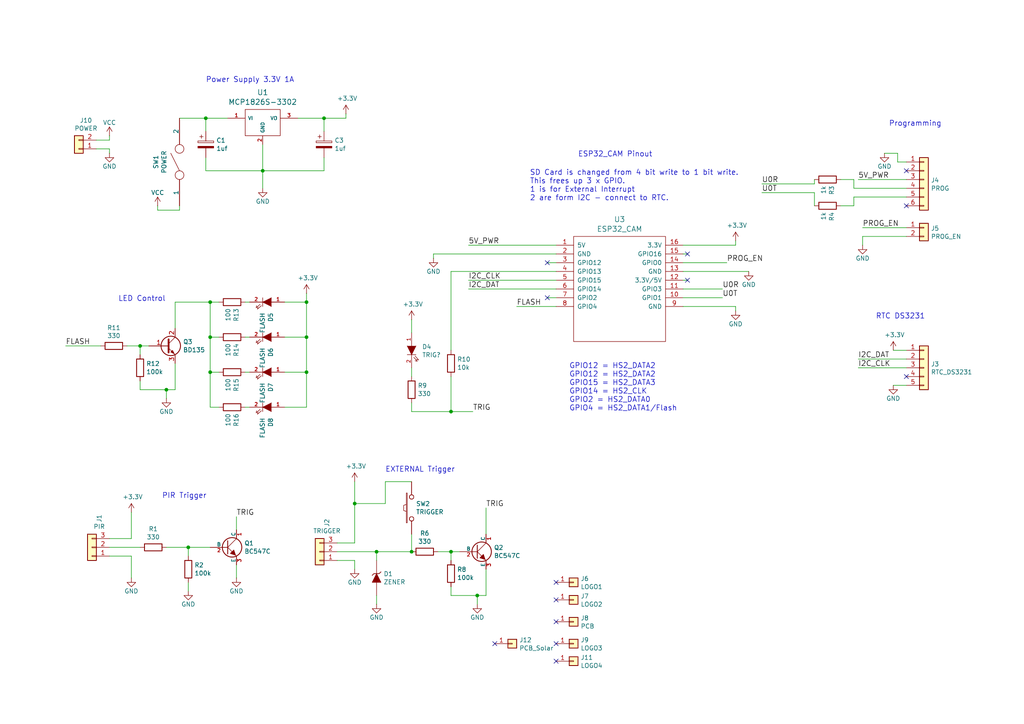
<source format=kicad_sch>
(kicad_sch (version 20250114) (generator "eeschema") (generator_version "9.0")
  (paper "A4")
  (lib_symbols
    (symbol "Connector_Generic:Conn_01x01" (pin_names (offset 1.016) (hide yes))
      (property "Reference" "J" (at 0 2.54 0))
      (property "Value" "Conn_01x01" (at 0 -2.54 0))
      (symbol "Conn_01x01_1_1"
        (rectangle (start -1.27 1.27) (end 1.27 -1.27) (stroke (width 0.254)) (fill (type background)))
        (rectangle (start -1.27 0.127) (end 0 -0.127) (stroke (width 0.1524)))
        (pin passive line (at -5.08 0 0) (length 3.81) (name "Pin_1") (number "1"))
      )
    )
    (symbol "Connector_Generic:Conn_01x02" (pin_names (offset 1.016) (hide yes))
      (property "Reference" "J" (at 0 2.54 0))
      (property "Value" "Conn_01x02" (at 0 -5.08 0))
      (symbol "Conn_01x02_1_1"
        (rectangle (start -1.27 1.27) (end 1.27 -3.81) (stroke (width 0.254)) (fill (type background)))
        (rectangle (start -1.27 0.127) (end 0 -0.127) (stroke (width 0.1524)))
        (rectangle (start -1.27 -2.413) (end 0 -2.667) (stroke (width 0.1524)))
        (pin passive line (at -5.08 0 0) (length 3.81) (name "Pin_1") (number "1"))
        (pin passive line (at -5.08 -2.54 0) (length 3.81) (name "Pin_2") (number "2"))
      )
    )
    (symbol "Connector_Generic:Conn_01x03" (pin_names (offset 1.016) (hide yes))
      (property "Reference" "J" (at 0 5.08 0))
      (property "Value" "Conn_01x03" (at 0 -5.08 0))
      (symbol "Conn_01x03_1_1"
        (rectangle (start -1.27 3.81) (end 1.27 -3.81) (stroke (width 0.254)) (fill (type background)))
        (rectangle (start -1.27 2.667) (end 0 2.413) (stroke (width 0.1524)))
        (rectangle (start -1.27 0.127) (end 0 -0.127) (stroke (width 0.1524)))
        (rectangle (start -1.27 -2.413) (end 0 -2.667) (stroke (width 0.1524)))
        (pin passive line (at -5.08 2.54 0) (length 3.81) (name "Pin_1") (number "1"))
        (pin passive line (at -5.08 0 0) (length 3.81) (name "Pin_2") (number "2"))
        (pin passive line (at -5.08 -2.54 0) (length 3.81) (name "Pin_3") (number "3"))
      )
    )
    (symbol "Connector_Generic:Conn_01x05" (pin_names (offset 1.016) (hide yes))
      (property "Reference" "J" (at 0 7.62 0))
      (property "Value" "Conn_01x05" (at 0 -7.62 0))
      (symbol "Conn_01x05_1_1"
        (rectangle (start -1.27 6.35) (end 1.27 -6.35) (stroke (width 0.254)) (fill (type background)))
        (rectangle (start -1.27 5.207) (end 0 4.953) (stroke (width 0.1524)))
        (rectangle (start -1.27 2.667) (end 0 2.413) (stroke (width 0.1524)))
        (rectangle (start -1.27 0.127) (end 0 -0.127) (stroke (width 0.1524)))
        (rectangle (start -1.27 -2.413) (end 0 -2.667) (stroke (width 0.1524)))
        (rectangle (start -1.27 -4.953) (end 0 -5.207) (stroke (width 0.1524)))
        (pin passive line (at -5.08 5.08 0) (length 3.81) (name "Pin_1") (number "1"))
        (pin passive line (at -5.08 2.54 0) (length 3.81) (name "Pin_2") (number "2"))
        (pin passive line (at -5.08 0 0) (length 3.81) (name "Pin_3") (number "3"))
        (pin passive line (at -5.08 -2.54 0) (length 3.81) (name "Pin_4") (number "4"))
        (pin passive line (at -5.08 -5.08 0) (length 3.81) (name "Pin_5") (number "5"))
      )
    )
    (symbol "Connector_Generic:Conn_01x06" (pin_names (offset 1.016) (hide yes))
      (property "Reference" "J" (at 0 7.62 0))
      (property "Value" "Conn_01x06" (at 0 -10.16 0))
      (symbol "Conn_01x06_1_1"
        (rectangle (start -1.27 6.35) (end 1.27 -8.89) (stroke (width 0.254)) (fill (type background)))
        (rectangle (start -1.27 5.207) (end 0 4.953) (stroke (width 0.1524)))
        (rectangle (start -1.27 2.667) (end 0 2.413) (stroke (width 0.1524)))
        (rectangle (start -1.27 0.127) (end 0 -0.127) (stroke (width 0.1524)))
        (rectangle (start -1.27 -2.413) (end 0 -2.667) (stroke (width 0.1524)))
        (rectangle (start -1.27 -4.953) (end 0 -5.207) (stroke (width 0.1524)))
        (rectangle (start -1.27 -7.493) (end 0 -7.747) (stroke (width 0.1524)))
        (pin passive line (at -5.08 5.08 0) (length 3.81) (name "Pin_1") (number "1"))
        (pin passive line (at -5.08 2.54 0) (length 3.81) (name "Pin_2") (number "2"))
        (pin passive line (at -5.08 0 0) (length 3.81) (name "Pin_3") (number "3"))
        (pin passive line (at -5.08 -2.54 0) (length 3.81) (name "Pin_4") (number "4"))
        (pin passive line (at -5.08 -5.08 0) (length 3.81) (name "Pin_5") (number "5"))
        (pin passive line (at -5.08 -7.62 0) (length 3.81) (name "Pin_6") (number "6"))
      )
    )
    (symbol "Device:CP" (pin_numbers (hide yes)) (pin_names (offset 0.254))
      (property "Reference" "C" (at 0.635 2.54 0))
      (property "Value" "Device_CP" (at 0.635 -2.54 0))
      (symbol "CP_0_1"
        (rectangle (start -2.286 0.508) (end 2.286 1.016))
        (polyline (pts (xy -1.778 2.286) (xy -0.762 2.286)))
        (polyline (pts (xy -1.27 2.794) (xy -1.27 1.778)))
        (rectangle (start 2.286 -0.508) (end -2.286 -1.016) (fill (type outline)))
      )
      (symbol "CP_1_1"
        (pin passive line (at 0 3.81 270) (length 2.794) (name "~") (number "1"))
        (pin passive line (at 0 -3.81 90) (length 2.794) (name "~") (number "2"))
      )
    )
    (symbol "Device:Q_NPN_BCE" (pin_names (offset 0) (hide yes))
      (property "Reference" "Q" (at 5.08 1.27 0))
      (property "Value" "Device_Q_NPN_BCE" (at 5.08 -1.27 0))
      (symbol "Q_NPN_BCE_0_1"
        (polyline (pts (xy 0.635 1.905) (xy 0.635 -1.905) (xy 0.635 -1.905)) (stroke (width 0.508)))
        (polyline (pts (xy 0.635 0.635) (xy 2.54 2.54)))
        (polyline (pts (xy 0.635 -0.635) (xy 2.54 -2.54) (xy 2.54 -2.54)))
        (circle (center 1.27 0) (radius 2.8194) (stroke (width 0.254)))
        (polyline (pts (xy 1.27 -1.778) (xy 1.778 -1.27) (xy 2.286 -2.286) (xy 1.27 -1.778) (xy 1.27 -1.778)) (fill (type outline)))
      )
      (symbol "Q_NPN_BCE_1_1"
        (pin input line (at -5.08 0 0) (length 5.715) (name "B") (number "1"))
        (pin passive line (at 2.54 5.08 270) (length 2.54) (name "C") (number "2"))
        (pin passive line (at 2.54 -5.08 90) (length 2.54) (name "E") (number "3"))
      )
    )
    (symbol "Device:R" (pin_numbers (hide yes)) (pin_names (offset 0))
      (property "Reference" "R" (at 2.032 0 90))
      (property "Value" "R" (at 0 0 90))
      (symbol "R_0_1"
        (rectangle (start -1.016 -2.54) (end 1.016 2.54) (stroke (width 0.254)))
      )
      (symbol "R_1_1"
        (pin passive line (at 0 3.81 270) (length 1.27) (name "~") (number "1"))
        (pin passive line (at 0 -3.81 90) (length 1.27) (name "~") (number "2"))
      )
    )
    (symbol "matts_components:ESP32_CAM" (pin_names (offset 1.016))
      (property "Reference" "U" (at -10.16 -24.13 0))
      (property "Value" "ESP32_CAM" (at -2.54 -27.94 0))
      (symbol "ESP32_CAM_0_1"
        (rectangle (start -15.24 0) (end 11.43 -30.48))
      )
      (symbol "ESP32_CAM_1_1"
        (pin input line (at -20.32 -2.54 0) (length 5.08) (name "5V") (number "1"))
        (pin input line (at -20.32 -5.08 0) (length 5.08) (name "GND") (number "2"))
        (pin input line (at -20.32 -7.62 0) (length 5.08) (name "GPIO12") (number "3"))
        (pin input line (at -20.32 -10.16 0) (length 5.08) (name "GPIO13") (number "4"))
        (pin input line (at -20.32 -12.7 0) (length 5.08) (name "GPIO15") (number "5"))
        (pin input line (at -20.32 -15.24 0) (length 5.08) (name "GPIO14") (number "6"))
        (pin input line (at -20.32 -17.78 0) (length 5.08) (name "GPIO2") (number "7"))
        (pin input line (at -20.32 -20.32 0) (length 5.08) (name "GPIO4") (number "8"))
        (pin input line (at 16.51 -2.54 180) (length 5.08) (name "3.3V") (number "16"))
        (pin input line (at 16.51 -5.08 180) (length 5.08) (name "GPIO16") (number "15"))
        (pin input line (at 16.51 -7.62 180) (length 5.08) (name "GPIO0") (number "14"))
        (pin input line (at 16.51 -10.16 180) (length 5.08) (name "GND") (number "13"))
        (pin input line (at 16.51 -12.7 180) (length 5.08) (name "3.3V/5V") (number "12"))
        (pin input line (at 16.51 -15.24 180) (length 5.08) (name "GPIO3") (number "11"))
        (pin input line (at 16.51 -17.78 180) (length 5.08) (name "GPIO1") (number "10"))
        (pin input line (at 16.51 -20.32 180) (length 5.08) (name "GND") (number "9"))
      )
    )
    (symbol "matts_components:LED" (pin_names (offset 1.016) (hide yes))
      (property "Reference" "D" (at 0 2.54 0))
      (property "Value" "LED" (at 0 -2.54 0))
      (symbol "LED_0_1"
        (polyline (pts (xy -2.032 -0.635) (xy -3.175 -1.651) (xy -3.048 -1.016)))
        (polyline (pts (xy -1.651 -1.016) (xy -2.794 -2.032) (xy -2.667 -1.397)))
        (polyline (pts (xy -1.27 1.27) (xy -1.27 -1.27)))
        (polyline (pts (xy 1.27 1.27) (xy -1.27 0) (xy 1.27 -1.27)) (fill (type outline)))
      )
      (symbol "LED_1_1"
        (pin passive line (at -5.08 0 0) (length 3.81) (name "K") (number "2"))
        (pin passive line (at 5.08 0 180) (length 3.81) (name "A") (number "1"))
      )
    )
    (symbol "matts_components:MCP1826S-3302" (pin_names (offset 0.762))
      (property "Reference" "U" (at 3.81 -4.9784 0))
      (property "Value" "MCP1826S-3302" (at 0 5.08 0))
      (property "Datasheet" "http://docs-europe.electrocomponents.com/webdocs/137e/0900766b8137eda2.pdf" (at 0 0 0))
      (symbol "MCP1826S-3302_0_1"
        (rectangle (start -5.08 -3.81) (end 5.08 3.81))
      )
      (symbol "MCP1826S-3302_1_1"
        (pin power_out line (at -10.16 1.27 0) (length 5.08) (name "VI") (number "1"))
        (pin input line (at 0 -6.35 90) (length 2.54) (name "GND") (number "2"))
        (pin input line (at 10.16 1.27 180) (length 5.08) (name "VO") (number "3"))
      )
    )
    (symbol "matts_components:NPN" (pin_names (offset 0))
      (property "Reference" "Q" (at 0 -3.81 0))
      (property "Value" "NPN" (at 0 3.81 0))
      (property "Datasheet" "transistors/bipolar/*.*" (at 0 0 0))
      (symbol "NPN_0_1"
        (polyline (pts (xy 0 1.905) (xy 0 -1.905) (xy 0 -1.905)) (stroke (width 0.254)))
        (polyline (pts (xy 0 0) (xy 2.54 2.54)))
        (circle (center 1.27 0) (radius 2.8194) (stroke (width 0.254)))
        (polyline (pts (xy 1.27 -1.27) (xy 0 0) (xy 0 0)))
        (polyline (pts (xy 2.286 -2.286) (xy 2.54 -2.54) (xy 2.54 -2.54)))
        (polyline (pts (xy 2.286 -2.286) (xy 1.778 -0.762) (xy 0.762 -1.778) (xy 2.286 -2.286) (xy 2.286 -2.286)) (fill (type outline)))
      )
      (symbol "NPN_1_1"
        (pin input line (at -5.08 0 0) (length 5.08) (name "B") (number "2"))
        (pin passive line (at 2.54 5.08 270) (length 2.54) (name "C") (number "1"))
        (pin passive line (at 2.54 -5.08 90) (length 2.54) (name "E") (number "3"))
      )
    )
    (symbol "matts_components:SPST" (pin_numbers (hide yes)) (pin_names (offset 0))
      (property "Reference" "SW" (at 0 2.54 0))
      (property "Value" "SPST" (at 0 -2.54 0))
      (symbol "SPST_0_0"
        (circle (center -3.81 0) (radius 1.27))
        (polyline (pts (xy -2.54 0) (xy 2.54 2.54)))
        (circle (center 3.81 0) (radius 1.27))
      )
      (symbol "SPST_1_1"
        (pin input line (at -12.7 0 0) (length 7.62) (name "1") (number "1"))
        (pin input line (at 12.7 0 180) (length 7.62) (name "2") (number "2"))
      )
    )
    (symbol "matts_components:SW_PUSH" (pin_numbers (hide yes)) (pin_names (offset 1.016) (hide yes))
      (property "Reference" "SW" (at 3.81 2.794 0))
      (property "Value" "SW_PUSH" (at 0 -2.032 0))
      (symbol "SW_PUSH_0_1"
        (rectangle (start -4.318 1.27) (end 4.318 1.524))
        (polyline (pts (xy -1.016 1.524) (xy -0.762 2.286) (xy 0.762 2.286) (xy 1.016 1.524)))
        (pin passive inverted (at -7.62 0 0) (length 5.08) (name "1") (number "1"))
        (pin passive inverted (at 7.62 0 180) (length 5.08) (name "2") (number "2"))
      )
    )
    (symbol "matts_components:ZENER" (pin_numbers (hide yes)) (pin_names (offset 1.016) (hide yes))
      (property "Reference" "D" (at 0 2.54 0))
      (property "Value" "ZENER" (at 0 -2.54 0))
      (symbol "ZENER_0_1"
        (polyline (pts (xy -1.778 1.27) (xy -1.27 0.762) (xy -1.27 -0.762) (xy -0.762 -1.27) (xy -0.762 -1.27)) (stroke (width 0.2032)))
        (polyline (pts (xy -1.27 0) (xy 1.27 1.27) (xy 1.27 -1.27) (xy -1.27 0) (xy -1.27 0)) (fill (type outline)))
      )
      (symbol "ZENER_1_1"
        (pin passive line (at -5.08 0 0) (length 3.81) (name "K") (number "1"))
        (pin passive line (at 5.08 0 180) (length 3.81) (name "A") (number "2"))
      )
    )
    (symbol "power:+3.3V" (power) (pin_numbers (hide yes)) (pin_names (offset 0) (hide yes))
      (property "Value" "+3.3V" (at 0 3.556 0))
      (symbol "+3.3V_0_1"
        (polyline (pts (xy -0.762 1.27) (xy 0 2.54)))
        (polyline (pts (xy 0 2.54) (xy 0.762 1.27)))
        (polyline (pts (xy 0 0) (xy 0 2.54)))
      )
      (symbol "+3.3V_1_1"
        (pin power_in line (at 0 0 90) (length 0) (name "~") (number "1"))
      )
    )
    (symbol "power:GND" (power) (pin_numbers (hide yes)) (pin_names (offset 0) (hide yes))
      (property "Value" "GND" (at 0 -3.81 0))
      (symbol "GND_0_1"
        (polyline (pts (xy 0 0) (xy 0 -1.27) (xy 1.27 -1.27) (xy 0 -2.54) (xy -1.27 -1.27) (xy 0 -1.27)))
      )
      (symbol "GND_1_1"
        (pin power_in line (at 0 0 270) (length 0) (name "~") (number "1"))
      )
    )
    (symbol "power:VCC" (power) (pin_numbers (hide yes)) (pin_names (offset 0) (hide yes))
      (property "Value" "VCC" (at 0 3.556 0))
      (symbol "VCC_0_1"
        (polyline (pts (xy -0.762 1.27) (xy 0 2.54)))
        (polyline (pts (xy 0 2.54) (xy 0.762 1.27)))
        (polyline (pts (xy 0 0) (xy 0 2.54)))
      )
      (symbol "VCC_1_1"
        (pin power_in line (at 0 0 90) (length 0) (name "~") (number "1"))
      )
    )
  )
  (text "LED Control" (at 34.29 87.63 0) (effects (font (size 1.524 1.524)) (justify left bottom)))
  (text "RTC DS3231" (at 254 92.71 0) (effects (font (size 1.524 1.524)) (justify left bottom)))
  (text "Programming" (at 257.81 36.83 0) (effects (font (size 1.524 1.524)) (justify left bottom)))
  (text "ESP32_CAM Pinout" (at 167.64 45.72 0) (effects (font (size 1.524 1.524)) (justify left bottom)))
  (text "PIR Trigger" (at 46.99 144.78 0) (effects (font (size 1.524 1.524)) (justify left bottom)))
  (text "Power Supply 3.3V 1A" (at 59.69 24.13 0) (effects (font (size 1.524 1.524)) (justify left bottom)))
  (text "SD Card is changed from 4 bit write to 1 bit write.\nThis frees up 3 x GPIO.\n1 is for External Interrupt\n2 are form I2C - connect to RTC." (at 153.67 58.42 0) (effects (font (size 1.524 1.524)) (justify left bottom)))
  (text "EXTERNAL Trigger" (at 111.76 137.16 0) (effects (font (size 1.524 1.524)) (justify left bottom)))
  (text "GPIO12 = HS2_DATA2\nGPIO12 = HS2_DATA2\nGPIO15 = HS2_DATA3\nGPIO14 = HS2_CLK\nGPIO2 = HS2_DATA0\nGPIO4 = HS2_DATA1/Flash\n" (at 165.1 119.38 0) (effects (font (size 1.524 1.524)) (justify left bottom)))
  (junction (at 48.26 113.03))
  (junction (at 102.87 146.05))
  (junction (at 54.61 158.75))
  (junction (at 76.2 49.53))
  (junction (at 138.43 172.72))
  (junction (at 60.96 97.79))
  (junction (at 88.9 87.63))
  (junction (at 60.96 87.63))
  (junction (at 109.22 160.02))
  (junction (at 59.69 34.29))
  (junction (at 93.98 34.29))
  (junction (at 130.81 119.38))
  (junction (at 60.96 107.95))
  (junction (at 40.64 100.33))
  (junction (at 88.9 97.79))
  (junction (at 130.81 160.02))
  (junction (at 119.38 160.02))
  (junction (at 88.9 107.95))
  (no_connect (at 161.29 191.77))
  (no_connect (at 161.29 173.99))
  (no_connect (at 161.29 186.69))
  (no_connect (at 199.39 73.66))
  (no_connect (at 161.29 168.91))
  (no_connect (at 143.51 186.69))
  (no_connect (at 199.39 81.28))
  (no_connect (at 262.89 109.22))
  (no_connect (at 262.89 49.53))
  (no_connect (at 161.29 180.34))
  (no_connect (at 158.75 86.36))
  (no_connect (at 262.89 59.69))
  (no_connect (at 158.75 76.2))
  (wire (pts (xy 50.8 95.25) (xy 50.8 87.63)))
  (wire (pts (xy 130.81 172.72) (xy 138.43 172.72)))
  (wire (pts (xy 27.94 43.18) (xy 31.75 43.18)))
  (wire (pts (xy 213.36 71.12) (xy 213.36 69.85)))
  (wire (pts (xy 76.2 41.91) (xy 76.2 49.53)))
  (wire (pts (xy 71.12 118.11) (xy 72.39 118.11)))
  (wire (pts (xy 198.12 71.12) (xy 213.36 71.12)))
  (wire (pts (xy 247.65 57.15) (xy 262.89 57.15)))
  (wire (pts (xy 247.65 52.07) (xy 243.84 52.07)))
  (wire (pts (xy 68.58 163.83) (xy 68.58 167.64)))
  (wire (pts (xy 198.12 78.74) (xy 217.17 78.74)))
  (wire (pts (xy 262.89 52.07) (xy 248.92 52.07)))
  (wire (pts (xy 54.61 158.75) (xy 60.96 158.75)))
  (wire (pts (xy 100.33 34.29) (xy 100.33 33.02)))
  (wire (pts (xy 45.72 60.96) (xy 52.07 60.96)))
  (wire (pts (xy 71.12 107.95) (xy 72.39 107.95)))
  (wire (pts (xy 82.55 87.63) (xy 88.9 87.63)))
  (wire (pts (xy 82.55 107.95) (xy 88.9 107.95)))
  (wire (pts (xy 262.89 106.68) (xy 248.92 106.68)))
  (wire (pts (xy 130.81 119.38) (xy 137.16 119.38)))
  (wire (pts (xy 31.75 40.64) (xy 31.75 39.37)))
  (wire (pts (xy 250.19 68.58) (xy 250.19 71.12)))
  (wire (pts (xy 31.75 161.29) (xy 38.1 161.29)))
  (wire (pts (xy 130.81 160.02) (xy 133.35 160.02)))
  (wire (pts (xy 130.81 78.74) (xy 130.81 101.6)))
  (wire (pts (xy 247.65 57.15) (xy 247.65 59.69)))
  (wire (pts (xy 48.26 113.03) (xy 50.8 113.03)))
  (wire (pts (xy 76.2 49.53) (xy 93.98 49.53)))
  (wire (pts (xy 82.55 97.79) (xy 88.9 97.79)))
  (wire (pts (xy 135.89 71.12) (xy 161.29 71.12)))
  (wire (pts (xy 72.39 97.79) (xy 71.12 97.79)))
  (wire (pts (xy 76.2 49.53) (xy 76.2 54.61)))
  (wire (pts (xy 31.75 156.21) (xy 38.1 156.21)))
  (wire (pts (xy 82.55 118.11) (xy 88.9 118.11)))
  (wire (pts (xy 236.22 53.34) (xy 236.22 52.07)))
  (wire (pts (xy 161.29 86.36) (xy 158.75 86.36)))
  (wire (pts (xy 93.98 38.1) (xy 93.98 34.29)))
  (wire (pts (xy 68.58 153.67) (xy 68.58 149.86)))
  (wire (pts (xy 247.65 59.69) (xy 243.84 59.69)))
  (wire (pts (xy 109.22 162.56) (xy 109.22 160.02)))
  (wire (pts (xy 198.12 83.82) (xy 209.55 83.82)))
  (wire (pts (xy 52.07 60.96) (xy 52.07 59.69)))
  (wire (pts (xy 256.54 44.45) (xy 260.35 44.45)))
  (wire (pts (xy 63.5 107.95) (xy 60.96 107.95)))
  (wire (pts (xy 93.98 49.53) (xy 93.98 45.72)))
  (wire (pts (xy 138.43 175.26) (xy 138.43 172.72)))
  (wire (pts (xy 262.89 111.76) (xy 259.08 111.76)))
  (wire (pts (xy 50.8 113.03) (xy 50.8 105.41)))
  (wire (pts (xy 109.22 175.26) (xy 109.22 172.72)))
  (wire (pts (xy 40.64 113.03) (xy 48.26 113.03)))
  (wire (pts (xy 40.64 110.49) (xy 40.64 113.03)))
  (wire (pts (xy 97.79 162.56) (xy 102.87 162.56)))
  (wire (pts (xy 60.96 87.63) (xy 63.5 87.63)))
  (wire (pts (xy 88.9 85.09) (xy 88.9 87.63)))
  (wire (pts (xy 140.97 154.94) (xy 140.97 147.32)))
  (wire (pts (xy 59.69 34.29) (xy 59.69 38.1)))
  (wire (pts (xy 93.98 34.29) (xy 100.33 34.29)))
  (wire (pts (xy 260.35 46.99) (xy 262.89 46.99)))
  (wire (pts (xy 130.81 170.18) (xy 130.81 172.72)))
  (wire (pts (xy 59.69 45.72) (xy 59.69 49.53)))
  (wire (pts (xy 140.97 172.72) (xy 140.97 165.1)))
  (wire (pts (xy 52.07 34.29) (xy 59.69 34.29)))
  (wire (pts (xy 236.22 55.88) (xy 236.22 59.69)))
  (wire (pts (xy 50.8 87.63) (xy 60.96 87.63)))
  (wire (pts (xy 111.76 139.7) (xy 111.76 146.05)))
  (wire (pts (xy 135.89 83.82) (xy 161.29 83.82)))
  (wire (pts (xy 31.75 158.75) (xy 40.64 158.75)))
  (wire (pts (xy 127 160.02) (xy 130.81 160.02)))
  (wire (pts (xy 125.73 73.66) (xy 125.73 74.93)))
  (wire (pts (xy 220.98 55.88) (xy 236.22 55.88)))
  (wire (pts (xy 88.9 107.95) (xy 88.9 118.11)))
  (wire (pts (xy 213.36 88.9) (xy 213.36 90.17)))
  (wire (pts (xy 48.26 158.75) (xy 54.61 158.75)))
  (wire (pts (xy 63.5 97.79) (xy 60.96 97.79)))
  (wire (pts (xy 220.98 53.34) (xy 236.22 53.34)))
  (wire (pts (xy 119.38 106.68) (xy 119.38 109.22)))
  (wire (pts (xy 250.19 66.04) (xy 262.89 66.04)))
  (wire (pts (xy 119.38 139.7) (xy 111.76 139.7)))
  (wire (pts (xy 247.65 54.61) (xy 247.65 52.07)))
  (wire (pts (xy 135.89 81.28) (xy 161.29 81.28)))
  (wire (pts (xy 59.69 34.29) (xy 66.04 34.29)))
  (wire (pts (xy 130.81 162.56) (xy 130.81 160.02)))
  (wire (pts (xy 111.76 146.05) (xy 102.87 146.05)))
  (wire (pts (xy 198.12 81.28) (xy 199.39 81.28)))
  (wire (pts (xy 125.73 73.66) (xy 161.29 73.66)))
  (wire (pts (xy 149.86 88.9) (xy 161.29 88.9)))
  (wire (pts (xy 59.69 49.53) (xy 76.2 49.53)))
  (wire (pts (xy 40.64 100.33) (xy 43.18 100.33)))
  (wire (pts (xy 45.72 59.69) (xy 45.72 60.96)))
  (wire (pts (xy 259.08 101.6) (xy 262.89 101.6)))
  (wire (pts (xy 198.12 88.9) (xy 213.36 88.9)))
  (wire (pts (xy 97.79 157.48) (xy 102.87 157.48)))
  (wire (pts (xy 130.81 109.22) (xy 130.81 119.38)))
  (wire (pts (xy 60.96 107.95) (xy 60.96 118.11)))
  (wire (pts (xy 38.1 156.21) (xy 38.1 148.59)))
  (wire (pts (xy 54.61 168.91) (xy 54.61 171.45)))
  (wire (pts (xy 130.81 78.74) (xy 161.29 78.74)))
  (wire (pts (xy 31.75 43.18) (xy 31.75 44.45)))
  (wire (pts (xy 109.22 160.02) (xy 119.38 160.02)))
  (wire (pts (xy 161.29 76.2) (xy 158.75 76.2)))
  (wire (pts (xy 102.87 162.56) (xy 102.87 165.1)))
  (wire (pts (xy 88.9 87.63) (xy 88.9 97.79)))
  (wire (pts (xy 40.64 102.87) (xy 40.64 100.33)))
  (wire (pts (xy 27.94 40.64) (xy 31.75 40.64)))
  (wire (pts (xy 36.83 100.33) (xy 40.64 100.33)))
  (wire (pts (xy 260.35 44.45) (xy 260.35 46.99)))
  (wire (pts (xy 60.96 87.63) (xy 60.96 97.79)))
  (wire (pts (xy 60.96 118.11) (xy 63.5 118.11)))
  (wire (pts (xy 97.79 160.02) (xy 109.22 160.02)))
  (wire (pts (xy 54.61 161.29) (xy 54.61 158.75)))
  (wire (pts (xy 88.9 97.79) (xy 88.9 107.95)))
  (wire (pts (xy 248.92 104.14) (xy 262.89 104.14)))
  (wire (pts (xy 38.1 161.29) (xy 38.1 167.64)))
  (wire (pts (xy 247.65 54.61) (xy 262.89 54.61)))
  (wire (pts (xy 86.36 34.29) (xy 93.98 34.29)))
  (wire (pts (xy 119.38 154.94) (xy 119.38 160.02)))
  (wire (pts (xy 48.26 115.57) (xy 48.26 113.03)))
  (wire (pts (xy 102.87 146.05) (xy 102.87 157.48)))
  (wire (pts (xy 102.87 139.7) (xy 102.87 146.05)))
  (wire (pts (xy 119.38 116.84) (xy 119.38 119.38)))
  (wire (pts (xy 119.38 119.38) (xy 130.81 119.38)))
  (wire (pts (xy 60.96 97.79) (xy 60.96 107.95)))
  (wire (pts (xy 262.89 68.58) (xy 250.19 68.58)))
  (wire (pts (xy 198.12 76.2) (xy 210.82 76.2)))
  (wire (pts (xy 19.05 100.33) (xy 29.21 100.33)))
  (wire (pts (xy 198.12 73.66) (xy 199.39 73.66)))
  (wire (pts (xy 119.38 92.71) (xy 119.38 96.52)))
  (wire (pts (xy 138.43 172.72) (xy 140.97 172.72)))
  (wire (pts (xy 198.12 86.36) (xy 209.55 86.36)))
  (wire (pts (xy 71.12 87.63) (xy 72.39 87.63)))
  (label "U0T" (at 209.55 86.36 0) (effects (font (size 1.524 1.524))))
  (label "I2C_CLK" (at 135.89 81.28 0) (effects (font (size 1.524 1.524))))
  (label "5V_PWR" (at 248.92 52.07 0) (effects (font (size 1.524 1.524))))
  (label "TRIG" (at 140.97 147.32 0) (effects (font (size 1.524 1.524))))
  (label "I2C_DAT" (at 248.92 104.14 0) (effects (font (size 1.524 1.524))))
  (label "TRIG" (at 137.16 119.38 0) (effects (font (size 1.524 1.524))))
  (label "U0R" (at 220.98 53.34 0) (effects (font (size 1.524 1.524))))
  (label "U0T" (at 220.98 55.88 0) (effects (font (size 1.524 1.524))))
  (label "PROG_EN" (at 210.82 76.2 0) (effects (font (size 1.524 1.524))))
  (label "U0R" (at 209.55 83.82 0) (effects (font (size 1.524 1.524))))
  (label "FLASH" (at 149.86 88.9 0) (effects (font (size 1.524 1.524))))
  (label "5V_PWR" (at 135.89 71.12 0) (effects (font (size 1.524 1.524))))
  (label "FLASH" (at 19.05 100.33 0) (effects (font (size 1.524 1.524))))
  (label "PROG_EN" (at 250.19 66.04 0) (effects (font (size 1.524 1.524))))
  (label "TRIG" (at 68.58 149.86 0) (effects (font (size 1.524 1.524))))
  (label "I2C_DAT" (at 135.89 83.82 0) (effects (font (size 1.524 1.524))))
  (label "I2C_CLK" (at 248.92 106.68 0) (effects (font (size 1.524 1.524))))
  (symbol (lib_id "matts_components:ESP32_CAM") (at 181.61 68.58 0) (unit 1)
    (property "Reference" "U3" (at 179.705 63.627 0) (effects (font (size 1.524 1.524))))
    (property "Value" "ESP32_CAM" (at 179.705 66.421 0) (effects (font (size 1.524 1.524))))
    (property "Footprint" "REInnovationFootprint:ESP32_CAM" (effects (hide yes)))
  )
  (symbol (lib_id "Device:R") (at 130.81 105.41 0) (unit 1)
    (property "Reference" "R10" (at 132.588 104.2162 0) (effects (justify left)))
    (property "Value" "10k" (at 132.588 106.5784 0) (effects (justify left)))
    (property "Footprint" "REInnovationFootprint:TH_Resistor_1" (effects (hide yes)))
  )
  (symbol (lib_id "Device:R") (at 44.45 158.75 270) (unit 1)
    (property "Reference" "R1" (at 44.45 153.416 90))
    (property "Value" "330" (at 44.45 155.7782 90))
    (property "Footprint" "REInnovationFootprint:TH_Resistor_1" (effects (hide yes)))
  )
  (symbol (lib_id "Connector_Generic:Conn_01x03") (at 26.67 158.75 180) (unit 1)
    (property "Reference" "J1" (at 28.7782 150.368 90))
    (property "Value" "PIR" (at 28.7782 152.7302 0))
    (property "Footprint" "REInnovationFootprint:SIL-3_PIR_SENSOR" (effects (hide yes)))
  )
  (symbol (lib_id "power:GND") (at 38.1 167.64 0) (unit 1)
    (property "Reference" "#PWR03" (effects (hide yes)))
    (property "Value" "GND" (at 38.1 171.45 0))
  )
  (symbol (lib_id "power:GND") (at 213.36 90.17 0) (unit 1)
    (property "Reference" "#PWR022" (effects (hide yes)))
    (property "Value" "GND" (at 213.36 93.98 0))
  )
  (symbol (lib_id "power:+3.3V") (at 38.1 148.59 0) (unit 1)
    (property "Reference" "#PWR02" (effects (hide yes)))
    (property "Value" "+3.3V" (at 38.481 144.1196 0))
  )
  (symbol (lib_id "power:GND") (at 68.58 167.64 0) (unit 1)
    (property "Reference" "#PWR07" (effects (hide yes)))
    (property "Value" "GND" (at 68.58 171.45 0))
  )
  (symbol (lib_id "power:GND") (at 125.73 74.93 0) (unit 1)
    (property "Reference" "#PWR018" (effects (hide yes)))
    (property "Value" "GND" (at 125.73 78.74 0))
  )
  (symbol (lib_id "power:GND") (at 217.17 78.74 0) (unit 1)
    (property "Reference" "#PWR023" (effects (hide yes)))
    (property "Value" "GND" (at 217.17 82.55 0))
  )
  (symbol (lib_id "power:+3.3V") (at 213.36 69.85 0) (unit 1)
    (property "Reference" "#PWR021" (effects (hide yes)))
    (property "Value" "+3.3V" (at 213.741 65.3796 0))
  )
  (symbol (lib_id "Connector_Generic:Conn_01x03") (at 92.71 160.02 180) (unit 1)
    (property "Reference" "J2" (at 94.8182 151.638 90))
    (property "Value" "TRIGGER" (at 94.8182 154.0002 0))
    (property "Footprint" "REInnovationFootprint:SIL-3_screw_terminal" (effects (hide yes)))
  )
  (symbol (lib_id "matts_components:SPST") (at 52.07 46.99 90) (unit 1)
    (property "Reference" "SW1" (at 45.212 46.99 0))
    (property "Value" "POWER" (at 47.5742 46.99 0))
    (property "Footprint" "REInnovationFootprint:SW_SPDT_R_Angle_ALIEX" (effects (hide yes)))
  )
  (symbol (lib_id "power:VCC") (at 45.72 59.69 0) (unit 1)
    (property "Reference" "#PWR01" (effects (hide yes)))
    (property "Value" "VCC" (at 45.72 55.88 0))
  )
  (symbol (lib_id "power:GND") (at 76.2 54.61 0) (unit 1)
    (property "Reference" "#PWR010" (effects (hide yes)))
    (property "Value" "GND" (at 76.2 58.42 0))
  )
  (symbol (lib_id "power:+3.3V") (at 100.33 33.02 0) (unit 1)
    (property "Reference" "#PWR012" (effects (hide yes)))
    (property "Value" "+3.3V" (at 100.711 28.5496 0))
  )
  (symbol (lib_id "Device:CP") (at 59.69 41.91 0) (unit 1)
    (property "Reference" "C1" (at 62.738 40.7162 0) (effects (justify left)))
    (property "Value" "1uf" (at 62.738 43.0784 0) (effects (justify left)))
    (property "Footprint" "REInnovationFootprint:C_1V7_TH" (effects (hide yes)))
  )
  (symbol (lib_id "Device:CP") (at 93.98 41.91 0) (unit 1)
    (property "Reference" "C3" (at 97.028 40.7162 0) (effects (justify left)))
    (property "Value" "1uf" (at 97.028 43.0784 0) (effects (justify left)))
    (property "Footprint" "REInnovationFootprint:C_1V7_TH" (effects (hide yes)))
  )
  (symbol (lib_id "matts_components:LED") (at 119.38 101.6 90) (unit 1)
    (property "Reference" "D4" (at 122.428 100.584 90) (effects (justify right)))
    (property "Value" "TRIG?" (at 122.428 102.9462 90) (effects (justify right)))
    (property "Footprint" "REInnovationFootprint:TH_LED-5MM" (effects (hide yes)))
  )
  (symbol (lib_id "matts_components:SW_PUSH") (at 119.38 147.32 90) (unit 1)
    (property "Reference" "SW2" (at 120.65 146.1262 90) (effects (justify right)))
    (property "Value" "TRIGGER" (at 120.65 148.4884 90) (effects (justify right)))
    (property "Footprint" "REInnovationFootprint:SW_PUSH_SMALL_lg_pad" (effects (hide yes)))
  )
  (symbol (lib_id "Device:R") (at 123.19 160.02 270) (unit 1)
    (property "Reference" "R6" (at 123.19 154.686 90))
    (property "Value" "330" (at 123.19 157.0482 90))
    (property "Footprint" "REInnovationFootprint:TH_Resistor_1" (effects (hide yes)))
  )
  (symbol (lib_id "Device:R") (at 119.38 113.03 0) (unit 1)
    (property "Reference" "R9" (at 121.158 111.8362 0) (effects (justify left)))
    (property "Value" "330" (at 121.158 114.1984 0) (effects (justify left)))
    (property "Footprint" "REInnovationFootprint:TH_Resistor_1" (effects (hide yes)))
  )
  (symbol (lib_id "power:+3.3V") (at 119.38 92.71 0) (unit 1)
    (property "Reference" "#PWR015" (effects (hide yes)))
    (property "Value" "+3.3V" (at 119.761 88.2396 0))
  )
  (symbol (lib_id "power:GND") (at 138.43 175.26 0) (unit 1)
    (property "Reference" "#PWR016" (effects (hide yes)))
    (property "Value" "GND" (at 138.43 179.07 0))
  )
  (symbol (lib_id "power:GND") (at 102.87 165.1 0) (unit 1)
    (property "Reference" "#PWR014" (effects (hide yes)))
    (property "Value" "GND" (at 102.87 168.91 0))
  )
  (symbol (lib_id "power:+3.3V") (at 102.87 139.7 0) (unit 1)
    (property "Reference" "#PWR013" (effects (hide yes)))
    (property "Value" "+3.3V" (at 103.251 135.2296 0))
  )
  (symbol (lib_id "Device:R") (at 54.61 165.1 0) (unit 1)
    (property "Reference" "R2" (at 56.388 163.9062 0) (effects (justify left)))
    (property "Value" "100k" (at 56.388 166.2684 0) (effects (justify left)))
    (property "Footprint" "REInnovationFootprint:TH_Resistor_1" (effects (hide yes)))
  )
  (symbol (lib_id "power:GND") (at 54.61 171.45 0) (unit 1)
    (property "Reference" "#PWR05" (effects (hide yes)))
    (property "Value" "GND" (at 54.61 175.26 0))
  )
  (symbol (lib_id "Device:R") (at 130.81 166.37 0) (unit 1)
    (property "Reference" "R8" (at 132.588 165.1762 0) (effects (justify left)))
    (property "Value" "100k" (at 132.588 167.5384 0) (effects (justify left)))
    (property "Footprint" "REInnovationFootprint:TH_Resistor_1" (effects (hide yes)))
  )
  (symbol (lib_id "matts_components:ZENER") (at 109.22 167.64 270) (unit 1)
    (property "Reference" "D1" (at 111.252 166.4462 90) (effects (justify left)))
    (property "Value" "ZENER" (at 111.252 168.8084 90) (effects (justify left)))
    (property "Footprint" "REInnovationFootprint:TH_Diode_3" (effects (hide yes)))
  )
  (symbol (lib_id "Connector_Generic:Conn_01x06") (at 267.97 52.07 0) (unit 1)
    (property "Reference" "J4" (at 270.002 52.2732 0) (effects (justify left)))
    (property "Value" "PROG" (at 270.002 54.6354 0) (effects (justify left)))
    (property "Footprint" "REInnovationFootprint:TH_6x1_CONN" (effects (hide yes)))
  )
  (symbol (lib_id "Connector_Generic:Conn_01x02") (at 267.97 66.04 0) (unit 1)
    (property "Reference" "J5" (at 270.002 66.2432 0) (effects (justify left)))
    (property "Value" "PROG_EN" (at 270.002 68.6054 0) (effects (justify left)))
    (property "Footprint" "REInnovationFootprint:TH_Pin_Header_Straight_1x02" (effects (hide yes)))
  )
  (symbol (lib_id "power:GND") (at 250.19 71.12 0) (unit 1)
    (property "Reference" "#PWR025" (effects (hide yes)))
    (property "Value" "GND" (at 250.19 74.93 0))
  )
  (symbol (lib_id "Device:R") (at 33.02 100.33 270) (unit 1)
    (property "Reference" "R11" (at 33.02 95.0722 90))
    (property "Value" "330" (at 33.02 97.3836 90))
    (property "Footprint" "REInnovationFootprint:TH_Resistor_1" (effects (hide yes)))
  )
  (symbol (lib_id "Device:Q_NPN_BCE") (at 48.26 100.33 0) (unit 1)
    (property "Reference" "Q3" (at 53.086 99.1362 0) (effects (justify left)))
    (property "Value" "BD135" (at 53.086 101.4984 0) (effects (justify left)))
    (property "Footprint" "REInnovationFootprint:TO220_BD135" (effects (hide yes)))
  )
  (symbol (lib_id "power:GND") (at 48.26 115.57 0) (unit 1)
    (property "Reference" "#PWR028" (effects (hide yes)))
    (property "Value" "GND" (at 48.26 119.38 0))
  )
  (symbol (lib_id "Device:R") (at 40.64 106.68 0) (unit 1)
    (property "Reference" "R12" (at 42.418 105.4862 0) (effects (justify left)))
    (property "Value" "100k" (at 42.418 107.8484 0) (effects (justify left)))
    (property "Footprint" "REInnovationFootprint:TH_Resistor_1" (effects (hide yes)))
  )
  (symbol (lib_id "power:GND") (at 256.54 44.45 0) (unit 1)
    (property "Reference" "#PWR026" (effects (hide yes)))
    (property "Value" "GND" (at 256.54 48.26 0))
  )
  (symbol (lib_id "power:+3.3V") (at 88.9 85.09 0) (unit 1)
    (property "Reference" "#PWR029" (effects (hide yes)))
    (property "Value" "+3.3V" (at 89.281 80.6196 0))
  )
  (symbol (lib_id "matts_components:LED") (at 77.47 87.63 0) (unit 1)
    (property "Reference" "D5" (at 78.486 90.678 90) (effects (justify right)))
    (property "Value" "FLASH" (at 76.1238 90.678 90) (effects (justify right)))
    (property "Footprint" "REInnovationFootprint:TH_LED-5MM" (effects (hide yes)))
  )
  (symbol (lib_id "matts_components:LED") (at 77.47 97.79 0) (unit 1)
    (property "Reference" "D6" (at 78.486 100.838 90) (effects (justify right)))
    (property "Value" "FLASH" (at 76.1238 100.838 90) (effects (justify right)))
    (property "Footprint" "REInnovationFootprint:TH_LED-5MM" (effects (hide yes)))
  )
  (symbol (lib_id "matts_components:LED") (at 77.47 107.95 0) (unit 1)
    (property "Reference" "D7" (at 78.486 110.998 90) (effects (justify right)))
    (property "Value" "FLASH" (at 76.1238 110.998 90) (effects (justify right)))
    (property "Footprint" "REInnovationFootprint:TH_LED-5MM" (effects (hide yes)))
  )
  (symbol (lib_id "matts_components:LED") (at 77.47 118.11 0) (unit 1)
    (property "Reference" "D8" (at 78.486 121.158 90) (effects (justify right)))
    (property "Value" "FLASH" (at 76.1238 121.158 90) (effects (justify right)))
    (property "Footprint" "REInnovationFootprint:TH_LED-5MM" (effects (hide yes)))
  )
  (symbol (lib_id "Device:R") (at 67.31 87.63 270) (unit 1)
    (property "Reference" "R13" (at 68.5038 89.408 0) (effects (justify left)))
    (property "Value" "100" (at 66.1416 89.408 0) (effects (justify left)))
    (property "Footprint" "REInnovationFootprint:TH_Resistor_1" (effects (hide yes)))
  )
  (symbol (lib_id "Device:R") (at 67.31 97.79 270) (unit 1)
    (property "Reference" "R14" (at 68.5038 99.568 0) (effects (justify left)))
    (property "Value" "100" (at 66.1416 99.568 0) (effects (justify left)))
    (property "Footprint" "REInnovationFootprint:TH_Resistor_1" (effects (hide yes)))
  )
  (symbol (lib_id "Device:R") (at 67.31 107.95 270) (unit 1)
    (property "Reference" "R15" (at 68.5038 109.728 0) (effects (justify left)))
    (property "Value" "100" (at 66.1416 109.728 0) (effects (justify left)))
    (property "Footprint" "REInnovationFootprint:TH_Resistor_1" (effects (hide yes)))
  )
  (symbol (lib_id "Device:R") (at 67.31 118.11 270) (unit 1)
    (property "Reference" "R16" (at 68.5038 119.888 0) (effects (justify left)))
    (property "Value" "100" (at 66.1416 119.888 0) (effects (justify left)))
    (property "Footprint" "REInnovationFootprint:TH_Resistor_1" (effects (hide yes)))
  )
  (symbol (lib_id "Connector_Generic:Conn_01x01") (at 166.37 168.91 0) (unit 1)
    (property "Reference" "J6" (at 168.402 167.8432 0) (effects (justify left)))
    (property "Value" "LOGO1" (at 168.402 170.2054 0) (effects (justify left)))
    (property "Footprint" "CuriousElectric3:TCEC_Words_13mm" (effects (hide yes)))
  )
  (symbol (lib_id "Connector_Generic:Conn_01x01") (at 166.37 173.99 0) (unit 1)
    (property "Reference" "J7" (at 168.402 172.9232 0) (effects (justify left)))
    (property "Value" "LOGO2" (at 168.402 175.2854 0) (effects (justify left)))
    (property "Footprint" "CuriousElectric3:2019_011_16_CuriousElectricCompany_Logo_Round_Logo_No_words_KiCAD_10mm_PCBLogo" (effects (hide yes)))
  )
  (symbol (lib_id "Connector_Generic:Conn_01x01") (at 166.37 180.34 0) (unit 1)
    (property "Reference" "J8" (at 168.402 179.2732 0) (effects (justify left)))
    (property "Value" "PCB" (at 168.402 181.6354 0) (effects (justify left)))
    (property "Footprint" "REInnovationFootprint:PCB_Lapse-O-Matic" (effects (hide yes)))
  )
  (symbol (lib_id "matts_components:MCP1826S-3302") (at 76.2 35.56 0) (unit 1)
    (property "Reference" "U1" (at 76.2 26.797 0) (effects (font (size 1.524 1.524))))
    (property "Value" "MCP1826S-3302" (at 76.2 29.591 0) (effects (font (size 1.524 1.524))))
    (property "Footprint" "REInnovationFootprint:TO220_MCP1826S" (effects (hide yes)))
    (property "Datasheet" "http://docs-europe.electrocomponents.com/webdocs/137e/0900766b8137eda2.pdf" (effects (hide yes)))
  )
  (symbol (lib_id "Connector_Generic:Conn_01x05") (at 267.97 106.68 0) (unit 1)
    (property "Reference" "J3" (at 270.002 105.6132 0) (effects (justify left)))
    (property "Value" "RTC_DS3231" (at 270.002 107.9246 0) (effects (justify left)))
    (property "Footprint" "REInnovationFootprint:TH_RTC_MODULE_SM" (effects (hide yes)))
  )
  (symbol (lib_id "power:+3.3V") (at 259.08 101.6 0) (unit 1)
    (property "Reference" "#PWR024" (effects (hide yes)))
    (property "Value" "+3.3V" (at 259.461 97.1296 0))
  )
  (symbol (lib_id "power:GND") (at 259.08 111.76 0) (unit 1)
    (property "Reference" "#PWR027" (effects (hide yes)))
    (property "Value" "GND" (at 259.08 115.57 0))
  )
  (symbol (lib_id "power:GND") (at 109.22 175.26 0) (unit 1)
    (property "Reference" "#PWR0101" (effects (hide yes)))
    (property "Value" "GND" (at 109.22 179.07 0))
  )
  (symbol (lib_id "matts_components:NPN") (at 66.04 158.75 0) (unit 1)
    (property "Reference" "Q1" (at 70.866 157.5562 0) (effects (justify left)))
    (property "Value" "BC547C" (at 70.866 159.9184 0) (effects (justify left)))
    (property "Footprint" "REInnovationFootprint:NPN_BC337" (effects (hide yes)))
    (property "Datasheet" "transistors/bipolar/*.*" (effects (hide yes)))
  )
  (symbol (lib_id "matts_components:NPN") (at 138.43 160.02 0) (unit 1)
    (property "Reference" "Q2" (at 143.256 158.8262 0) (effects (justify left)))
    (property "Value" "BC547C" (at 143.256 161.1884 0) (effects (justify left)))
    (property "Footprint" "REInnovationFootprint:NPN_BC337" (effects (hide yes)))
    (property "Datasheet" "transistors/bipolar/*.*" (effects (hide yes)))
  )
  (symbol (lib_id "Connector_Generic:Conn_01x01") (at 166.37 186.69 0) (unit 1)
    (property "Reference" "J9" (at 168.402 185.6232 0) (effects (justify left)))
    (property "Value" "LOGO3" (at 168.402 187.9854 0) (effects (justify left)))
    (property "Footprint" "REInnovationGraphics:lapseomatic logo_20x6mm" (effects (hide yes)))
  )
  (symbol (lib_id "Connector_Generic:Conn_01x02") (at 22.86 43.18 180) (unit 1)
    (property "Reference" "J10" (at 24.9428 34.925 0))
    (property "Value" "POWER" (at 24.9428 37.2364 0))
    (property "Footprint" "REInnovationFootprint:SIL-2_screw_terminal" (effects (hide yes)))
  )
  (symbol (lib_id "power:VCC") (at 31.75 39.37 0) (unit 1)
    (property "Reference" "#PWR0102" (effects (hide yes)))
    (property "Value" "VCC" (at 31.75 35.56 0))
  )
  (symbol (lib_id "power:GND") (at 31.75 44.45 0) (unit 1)
    (property "Reference" "#PWR0103" (effects (hide yes)))
    (property "Value" "GND" (at 31.75 48.26 0))
  )
  (symbol (lib_id "Connector_Generic:Conn_01x01") (at 166.37 191.77 0) (unit 1)
    (property "Reference" "J11" (at 168.402 190.7032 0) (effects (justify left)))
    (property "Value" "LOGO4" (at 168.402 193.0654 0) (effects (justify left)))
    (property "Footprint" "REInnovationGraphics:lapseomatic logo_20x6mm" (effects (hide yes)))
  )
  (symbol (lib_id "Device:R") (at 240.03 52.07 270) (unit 1)
    (property "Reference" "R3" (at 241.2238 53.848 0) (effects (justify left)))
    (property "Value" "1k" (at 238.8616 53.848 0) (effects (justify left)))
    (property "Footprint" "REInnovationFootprint:TH_Resistor_1" (effects (hide yes)))
  )
  (symbol (lib_id "Device:R") (at 240.03 59.69 270) (unit 1)
    (property "Reference" "R4" (at 241.2238 61.468 0) (effects (justify left)))
    (property "Value" "1k" (at 238.8616 61.468 0) (effects (justify left)))
    (property "Footprint" "REInnovationFootprint:TH_Resistor_1" (effects (hide yes)))
  )
  (symbol (lib_id "Connector_Generic:Conn_01x01") (at 148.59 186.69 0) (unit 1)
    (property "Reference" "J12" (at 150.622 185.6232 0) (effects (justify left)))
    (property "Value" "PCB_Solar" (at 150.622 187.9854 0) (effects (justify left)))
  )
)
</source>
